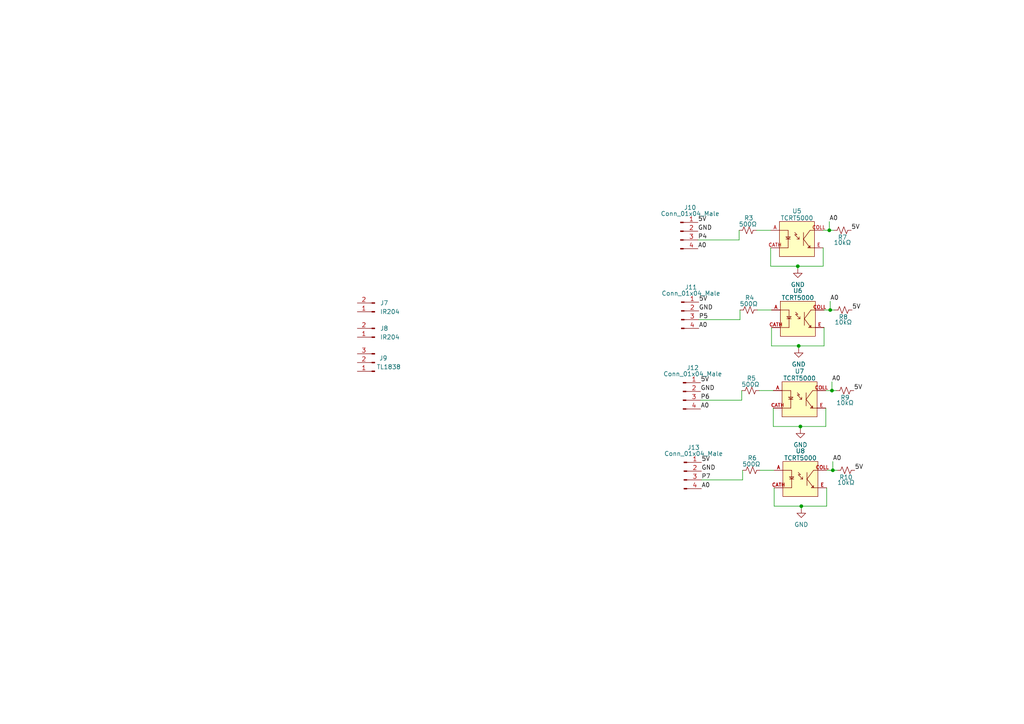
<source format=kicad_sch>
(kicad_sch (version 20211123) (generator eeschema)
  (paper "A4")
  (lib_symbols
    (symbol "Connector:Conn_01x02_Male" (pin_names (offset 1.016) hide)
      (property "Reference" "J" (at 0 2.54 0))
      (property "Value" "Conn_01x02_Male" (at 0 -5.08 0))
      (symbol "Conn_01x02_Male_1_1"
        (polyline (pts (xy 1.27 -2.54) (xy 0.8636 -2.54)) (stroke (width 0.1524)))
        (polyline (pts (xy 1.27 0) (xy 0.8636 0)) (stroke (width 0.1524)))
        (rectangle (start 0.8636 -2.413) (end 0 -2.667) (stroke (width 0.1524)) (fill (type outline)))
        (rectangle (start 0.8636 0.127) (end 0 -0.127) (stroke (width 0.1524)) (fill (type outline)))
        (pin passive line (at 5.08 0 180) (length 3.81) (name "Pin_1") (number "1"))
        (pin passive line (at 5.08 -2.54 180) (length 3.81) (name "Pin_2") (number "2"))
      )
    )
    (symbol "Connector:Conn_01x03_Male" (pin_names (offset 1.016) hide)
      (property "Reference" "J" (at 0 5.08 0))
      (property "Value" "Conn_01x03_Male" (at 0 -5.08 0))
      (symbol "Conn_01x03_Male_1_1"
        (polyline (pts (xy 1.27 -2.54) (xy 0.8636 -2.54)) (stroke (width 0.1524)))
        (polyline (pts (xy 1.27 0) (xy 0.8636 0)) (stroke (width 0.1524)))
        (polyline (pts (xy 1.27 2.54) (xy 0.8636 2.54)) (stroke (width 0.1524)))
        (rectangle (start 0.8636 -2.413) (end 0 -2.667) (stroke (width 0.1524)) (fill (type outline)))
        (rectangle (start 0.8636 0.127) (end 0 -0.127) (stroke (width 0.1524)) (fill (type outline)))
        (rectangle (start 0.8636 2.667) (end 0 2.413) (stroke (width 0.1524)) (fill (type outline)))
        (pin passive line (at 5.08 2.54 180) (length 3.81) (name "Pin_1") (number "1"))
        (pin passive line (at 5.08 0 180) (length 3.81) (name "Pin_2") (number "2"))
        (pin passive line (at 5.08 -2.54 180) (length 3.81) (name "Pin_3") (number "3"))
      )
    )
    (symbol "Connector:Conn_01x04_Male" (pin_names (offset 1.016) hide)
      (property "Reference" "J" (at 0 5.08 0))
      (property "Value" "Conn_01x04_Male" (at 0 -7.62 0))
      (symbol "Conn_01x04_Male_1_1"
        (polyline (pts (xy 1.27 -5.08) (xy 0.8636 -5.08)) (stroke (width 0.1524)))
        (polyline (pts (xy 1.27 -2.54) (xy 0.8636 -2.54)) (stroke (width 0.1524)))
        (polyline (pts (xy 1.27 0) (xy 0.8636 0)) (stroke (width 0.1524)))
        (polyline (pts (xy 1.27 2.54) (xy 0.8636 2.54)) (stroke (width 0.1524)))
        (rectangle (start 0.8636 -4.953) (end 0 -5.207) (stroke (width 0.1524)) (fill (type outline)))
        (rectangle (start 0.8636 -2.413) (end 0 -2.667) (stroke (width 0.1524)) (fill (type outline)))
        (rectangle (start 0.8636 0.127) (end 0 -0.127) (stroke (width 0.1524)) (fill (type outline)))
        (rectangle (start 0.8636 2.667) (end 0 2.413) (stroke (width 0.1524)) (fill (type outline)))
        (pin passive line (at 5.08 2.54 180) (length 3.81) (name "Pin_1") (number "1"))
        (pin passive line (at 5.08 0 180) (length 3.81) (name "Pin_2") (number "2"))
        (pin passive line (at 5.08 -2.54 180) (length 3.81) (name "Pin_3") (number "3"))
        (pin passive line (at 5.08 -5.08 180) (length 3.81) (name "Pin_4") (number "4"))
      )
    )
    (symbol "Device:R_Small_US" (pin_numbers hide) (pin_names (offset 0.254) hide)
      (property "Reference" "R" (at 0.762 0.508 0))
      (property "Value" "R_Small_US" (at 0.762 -1.016 0))
      (symbol "R_Small_US_1_1"
        (polyline (pts (xy 0 0) (xy 1.016 -0.381) (xy 0 -0.762) (xy -1.016 -1.143) (xy 0 -1.524)))
        (polyline (pts (xy 0 1.524) (xy 1.016 1.143) (xy 0 0.762) (xy -1.016 0.381) (xy 0 0)))
        (pin passive line (at 0 2.54 270) (length 1.016) (name "~") (number "1"))
        (pin passive line (at 0 -2.54 90) (length 1.016) (name "~") (number "2"))
      )
    )
    (symbol "TCRT5000:TCRT5000" (pin_names (offset 1.016) hide)
      (property "Reference" "U" (at -5.08 5.715 0))
      (property "Value" "TCRT5000" (at -5.08 -5.715 0))
      (symbol "TCRT5000_0_0"
        (rectangle (start -5.08 -5.08) (end 5.08 5.08) (stroke (width 0.1524)) (fill (type background)))
        (polyline (pts (xy -5.08 2.54) (xy -2.54 2.54)) (stroke (width 0.1524)))
        (polyline (pts (xy -3.175 0) (xy -1.905 0)) (stroke (width 0.1524)))
        (polyline (pts (xy -2.54 -2.54) (xy -5.08 -2.54)) (stroke (width 0.1524)))
        (polyline (pts (xy -2.54 2.54) (xy -2.54 -2.54)) (stroke (width 0.1524)))
        (polyline (pts (xy -0.635 1.27) (xy 0.635 0)) (stroke (width 0.1524)))
        (polyline (pts (xy -0.635 1.905) (xy 0 1.27)) (stroke (width 0.1524)))
        (polyline (pts (xy 0 1.27) (xy -0.635 1.27)) (stroke (width 0.1524)))
        (polyline (pts (xy 0.635 0) (xy 0 0)) (stroke (width 0.1524)))
        (polyline (pts (xy 0.635 0.635) (xy 0.635 0)) (stroke (width 0.1524)))
        (polyline (pts (xy 1.905 0) (xy 1.905 -1.905)) (stroke (width 0.1524)))
        (polyline (pts (xy 1.905 0) (xy 3.81 -2.54)) (stroke (width 0.1524)))
        (polyline (pts (xy 1.905 0) (xy 3.81 2.54)) (stroke (width 0.1524)))
        (polyline (pts (xy 1.905 1.905) (xy 1.905 0)) (stroke (width 0.1524)))
        (polyline (pts (xy 3.81 -2.54) (xy 5.08 -2.54)) (stroke (width 0.1524)))
        (polyline (pts (xy 3.81 2.54) (xy 5.08 2.54)) (stroke (width 0.1524)))
        (polyline (pts (xy -3.175 0.635) (xy -1.905 0.635) (xy -2.54 0) (xy -3.175 0.635)) (stroke (width 0.1524)) (fill (type background)))
        (polyline (pts (xy 3.175 -2.54) (xy 3.81 -2.54) (xy 3.81 -1.905) (xy 3.175 -2.54)) (stroke (width 0.1524)) (fill (type background)))
        (pin passive line (at -7.62 2.54 0) (length 2.54) (name "~") (number "A"))
        (pin passive line (at -7.62 -2.54 0) (length 2.54) (name "~") (number "CATH"))
        (pin passive line (at 7.62 2.54 180) (length 2.54) (name "~") (number "COLL"))
        (pin passive line (at 7.62 -2.54 180) (length 2.54) (name "~") (number "E"))
      )
    )
    (symbol "power:GND" (power) (pin_names (offset 0))
      (property "Value" "GND" (at 0 -3.81 0))
      (symbol "GND_0_1"
        (polyline (pts (xy 0 0) (xy 0 -1.27) (xy 1.27 -1.27) (xy 0 -2.54) (xy -1.27 -1.27) (xy 0 -1.27)))
      )
      (symbol "GND_1_1"
        (pin power_in line (at 0 0 270) (length 0) hide (name "GND") (number "1"))
      )
    )
  )
  (junction (at 232.156 123.698))
  (junction (at 240.538 66.802))
  (junction (at 241.3 113.284))
  (junction (at 240.792 89.916))
  (junction (at 231.648 100.33))
  (junction (at 241.554 136.398))
  (junction (at 231.394 77.216))
  (junction (at 232.41 146.812))
  (wire (pts (xy 240.792 87.376) (xy 240.792 89.916)))
  (wire (pts (xy 232.41 146.812) (xy 232.41 147.574)))
  (wire (pts (xy 223.52 71.882) (xy 223.52 77.216)))
  (wire (pts (xy 224.282 123.698) (xy 232.156 123.698)))
  (wire (pts (xy 239.522 113.284) (xy 241.3 113.284)))
  (wire (pts (xy 224.536 146.812) (xy 232.41 146.812)))
  (wire (pts (xy 239.522 123.698) (xy 239.522 118.364)))
  (wire (pts (xy 215.138 116.078) (xy 215.138 113.284)))
  (wire (pts (xy 241.3 113.284) (xy 242.57 113.284)))
  (wire (pts (xy 239.776 136.398) (xy 241.554 136.398)))
  (wire (pts (xy 241.3 110.744) (xy 241.3 113.284)))
  (wire (pts (xy 231.648 100.33) (xy 231.648 101.092)))
  (wire (pts (xy 240.792 89.916) (xy 242.062 89.916)))
  (wire (pts (xy 238.76 66.802) (xy 240.538 66.802)))
  (wire (pts (xy 240.538 64.262) (xy 240.538 66.802)))
  (wire (pts (xy 231.394 77.216) (xy 238.76 77.216)))
  (wire (pts (xy 223.774 94.996) (xy 223.774 100.33)))
  (wire (pts (xy 232.156 123.698) (xy 232.156 124.46)))
  (wire (pts (xy 219.456 66.802) (xy 223.52 66.802)))
  (wire (pts (xy 241.554 136.398) (xy 242.824 136.398)))
  (wire (pts (xy 215.392 139.192) (xy 215.392 136.398)))
  (wire (pts (xy 231.394 77.216) (xy 231.394 77.978)))
  (wire (pts (xy 203.2 116.078) (xy 215.138 116.078)))
  (wire (pts (xy 223.52 77.216) (xy 231.394 77.216)))
  (wire (pts (xy 202.438 69.596) (xy 214.376 69.596)))
  (wire (pts (xy 231.648 100.33) (xy 239.014 100.33)))
  (wire (pts (xy 220.218 113.284) (xy 224.282 113.284)))
  (wire (pts (xy 239.014 100.33) (xy 239.014 94.996)))
  (wire (pts (xy 224.282 118.364) (xy 224.282 123.698)))
  (wire (pts (xy 232.156 123.698) (xy 239.522 123.698)))
  (wire (pts (xy 224.536 141.478) (xy 224.536 146.812)))
  (wire (pts (xy 219.71 89.916) (xy 223.774 89.916)))
  (wire (pts (xy 223.774 100.33) (xy 231.648 100.33)))
  (wire (pts (xy 214.63 92.71) (xy 214.63 89.916)))
  (wire (pts (xy 203.454 139.192) (xy 215.392 139.192)))
  (wire (pts (xy 238.76 77.216) (xy 238.76 71.882)))
  (wire (pts (xy 241.554 133.858) (xy 241.554 136.398)))
  (wire (pts (xy 214.376 69.596) (xy 214.376 66.802)))
  (wire (pts (xy 240.538 66.802) (xy 241.808 66.802)))
  (wire (pts (xy 220.472 136.398) (xy 224.536 136.398)))
  (wire (pts (xy 232.41 146.812) (xy 239.776 146.812)))
  (wire (pts (xy 202.692 92.71) (xy 214.63 92.71)))
  (wire (pts (xy 239.776 146.812) (xy 239.776 141.478)))
  (wire (pts (xy 239.014 89.916) (xy 240.792 89.916)))
  (label "A0" (at 241.3 110.744 0))
  (label "A0" (at 240.792 87.376 0))
  (label "A0" (at 203.2 118.618 0))
  (label "P5" (at 202.692 92.71 0))
  (label "P7" (at 203.454 139.192 0))
  (label "P4" (at 202.438 69.596 0))
  (label "5V" (at 203.2 110.998 0))
  (label "GND" (at 203.2 113.538 0))
  (label "A0" (at 241.554 133.858 0))
  (label "A0" (at 202.692 95.25 0))
  (label "A0" (at 202.438 72.136 0))
  (label "5V" (at 247.65 113.284 0))
  (label "5V" (at 202.692 87.63 0))
  (label "5V" (at 246.888 66.802 0))
  (label "A0" (at 240.538 64.262 0))
  (label "GND" (at 202.692 90.17 0))
  (label "P6" (at 203.2 116.078 0))
  (label "5V" (at 247.142 89.916 0))
  (label "GND" (at 202.438 67.056 0))
  (label "GND" (at 203.454 136.652 0))
  (label "5V" (at 203.454 134.112 0))
  (label "5V" (at 202.438 64.516 0))
  (label "5V" (at 247.904 136.398 0))
  (label "A0" (at 203.454 141.732 0))
  (symbol (lib_id "Device:R_Small_US") (at 244.348 66.802 90) (unit 1)
    (property "Reference" "R7" (at 244.348 68.834 90))
    (property "Value" "10kΩ" (at 244.348 70.358 90))
    (property "Footprint" "Resistor_SMD:R_0805_2012Metric_Pad1.20x1.40mm_HandSolder" (effects hide))
  )
  (symbol (lib_id "power:GND") (at 231.648 101.092 0) (unit 1)
    (property "Reference" "#PWR015" (effects hide))
    (property "Value" "GND" (at 231.648 105.664 0))
  )
  (symbol (lib_id "Connector:Conn_01x03_Male") (at 108.712 105.156 180) (unit 1)
    (property "Reference" "J9" (at 109.982 103.886 0) (effects (justify right)))
    (property "Value" "TL1838" (at 109.22 106.426 0) (effects (justify right)))
    (property "Footprint" "Package_TO_SOT_THT:TO-92L_Inline_Wide" (effects hide))
  )
  (symbol (lib_id "Device:R_Small_US") (at 245.364 136.398 90) (unit 1)
    (property "Reference" "R10" (at 245.364 138.43 90))
    (property "Value" "10kΩ" (at 245.364 139.954 90))
    (property "Footprint" "Resistor_SMD:R_0805_2012Metric_Pad1.20x1.40mm_HandSolder" (effects hide))
  )
  (symbol (lib_id "Connector:Conn_01x02_Male") (at 108.712 97.79 180) (unit 1)
    (property "Reference" "J8" (at 110.236 95.2499 0) (effects (justify right)))
    (property "Value" "IR204" (at 110.236 97.7899 0) (effects (justify right)))
    (property "Footprint" "LED_THT:LED_D1.8mm_W1.8mm_H2.4mm_Horizontal_O6.35mm_Z8.2mm" (effects hide))
  )
  (symbol (lib_id "Device:R_Small_US") (at 217.17 89.916 90) (unit 1)
    (property "Reference" "R4" (at 217.424 86.36 90))
    (property "Value" "500Ω" (at 217.17 88.138 90))
    (property "Footprint" "Resistor_SMD:R_0805_2012Metric_Pad1.20x1.40mm_HandSolder" (effects hide))
  )
  (symbol (lib_id "TCRT5000:TCRT5000") (at 232.156 138.938 0) (unit 1)
    (property "Reference" "U8" (at 232.156 130.81 0))
    (property "Value" "TCRT5000" (at 232.156 132.842 0))
    (property "Footprint" "Library:tcrt5000" (effects hide))
    (property "MANUFACTURER" "Vishay" (effects hide))
    (property "MAXIMUM_PACKAGE_HEIGHT" "7.2mm" (effects hide))
    (property "PARTREV" "1.7" (effects hide))
    (property "STANDARD" "Manufacturer recommendations" (effects hide))
  )
  (symbol (lib_id "Device:R_Small_US") (at 217.678 113.284 90) (unit 1)
    (property "Reference" "R5" (at 217.932 109.728 90))
    (property "Value" "500Ω" (at 217.678 111.506 90))
    (property "Footprint" "Resistor_SMD:R_0805_2012Metric_Pad1.20x1.40mm_HandSolder" (effects hide))
  )
  (symbol (lib_id "Connector:Conn_01x04_Male") (at 197.612 90.17 0) (unit 1)
    (property "Reference" "J11" (at 200.406 83.312 0))
    (property "Value" "Conn_01x04_Male" (at 200.406 85.09 0))
    (property "Footprint" "Connector_PinHeader_2.54mm:PinHeader_1x04_P2.54mm_Vertical" (effects hide))
  )
  (symbol (lib_id "TCRT5000:TCRT5000") (at 231.394 92.456 0) (unit 1)
    (property "Reference" "U6" (at 231.394 84.328 0))
    (property "Value" "TCRT5000" (at 231.394 86.36 0))
    (property "Footprint" "Library:tcrt5000" (effects hide))
    (property "MANUFACTURER" "Vishay" (effects hide))
    (property "MAXIMUM_PACKAGE_HEIGHT" "7.2mm" (effects hide))
    (property "PARTREV" "1.7" (effects hide))
    (property "STANDARD" "Manufacturer recommendations" (effects hide))
  )
  (symbol (lib_id "Connector:Conn_01x04_Male") (at 197.358 67.056 0) (unit 1)
    (property "Reference" "J10" (at 200.152 60.198 0))
    (property "Value" "Conn_01x04_Male" (at 200.152 61.976 0))
    (property "Footprint" "Connector_PinHeader_2.54mm:PinHeader_1x04_P2.54mm_Vertical" (effects hide))
  )
  (symbol (lib_id "Device:R_Small_US") (at 217.932 136.398 90) (unit 1)
    (property "Reference" "R6" (at 218.186 132.842 90))
    (property "Value" "500Ω" (at 217.932 134.62 90))
    (property "Footprint" "Resistor_SMD:R_0805_2012Metric_Pad1.20x1.40mm_HandSolder" (effects hide))
  )
  (symbol (lib_id "power:GND") (at 232.156 124.46 0) (unit 1)
    (property "Reference" "#PWR016" (effects hide))
    (property "Value" "GND" (at 232.156 129.032 0))
  )
  (symbol (lib_id "power:GND") (at 232.41 147.574 0) (unit 1)
    (property "Reference" "#PWR017" (effects hide))
    (property "Value" "GND" (at 232.41 152.146 0))
  )
  (symbol (lib_id "Connector:Conn_01x04_Male") (at 198.374 136.652 0) (unit 1)
    (property "Reference" "J13" (at 201.168 129.794 0))
    (property "Value" "Conn_01x04_Male" (at 201.168 131.572 0))
    (property "Footprint" "Connector_PinHeader_2.54mm:PinHeader_1x04_P2.54mm_Vertical" (effects hide))
  )
  (symbol (lib_id "Connector:Conn_01x02_Male") (at 108.712 90.424 180) (unit 1)
    (property "Reference" "J7" (at 110.236 87.8839 0) (effects (justify right)))
    (property "Value" "IR204" (at 110.236 90.4239 0) (effects (justify right)))
    (property "Footprint" "LED_THT:LED_D1.8mm_W1.8mm_H2.4mm_Horizontal_O6.35mm_Z8.2mm" (effects hide))
  )
  (symbol (lib_id "Device:R_Small_US") (at 244.602 89.916 90) (unit 1)
    (property "Reference" "R8" (at 244.602 91.948 90))
    (property "Value" "10kΩ" (at 244.602 93.472 90))
    (property "Footprint" "Resistor_SMD:R_0805_2012Metric_Pad1.20x1.40mm_HandSolder" (effects hide))
  )
  (symbol (lib_id "Device:R_Small_US") (at 216.916 66.802 90) (unit 1)
    (property "Reference" "R3" (at 217.17 63.246 90))
    (property "Value" "500Ω" (at 216.916 65.024 90))
    (property "Footprint" "Resistor_SMD:R_0805_2012Metric_Pad1.20x1.40mm_HandSolder" (effects hide))
  )
  (symbol (lib_id "TCRT5000:TCRT5000") (at 231.14 69.342 0) (unit 1)
    (property "Reference" "U5" (at 231.14 61.214 0))
    (property "Value" "TCRT5000" (at 231.14 63.246 0))
    (property "Footprint" "Library:tcrt5000" (effects hide))
    (property "MANUFACTURER" "Vishay" (effects hide))
    (property "MAXIMUM_PACKAGE_HEIGHT" "7.2mm" (effects hide))
    (property "PARTREV" "1.7" (effects hide))
    (property "STANDARD" "Manufacturer recommendations" (effects hide))
  )
  (symbol (lib_id "TCRT5000:TCRT5000") (at 231.902 115.824 0) (unit 1)
    (property "Reference" "U7" (at 231.902 107.696 0))
    (property "Value" "TCRT5000" (at 231.902 109.728 0))
    (property "Footprint" "Library:tcrt5000" (effects hide))
    (property "MANUFACTURER" "Vishay" (effects hide))
    (property "MAXIMUM_PACKAGE_HEIGHT" "7.2mm" (effects hide))
    (property "PARTREV" "1.7" (effects hide))
    (property "STANDARD" "Manufacturer recommendations" (effects hide))
  )
  (symbol (lib_id "Device:R_Small_US") (at 245.11 113.284 90) (unit 1)
    (property "Reference" "R9" (at 245.11 115.316 90))
    (property "Value" "10kΩ" (at 245.11 116.84 90))
    (property "Footprint" "Resistor_SMD:R_0805_2012Metric_Pad1.20x1.40mm_HandSolder" (effects hide))
  )
  (symbol (lib_id "Connector:Conn_01x04_Male") (at 198.12 113.538 0) (unit 1)
    (property "Reference" "J12" (at 200.914 106.68 0))
    (property "Value" "Conn_01x04_Male" (at 200.914 108.458 0))
    (property "Footprint" "Connector_PinHeader_2.54mm:PinHeader_1x04_P2.54mm_Vertical" (effects hide))
  )
  (symbol (lib_id "power:GND") (at 231.394 77.978 0) (unit 1)
    (property "Reference" "#PWR014" (effects hide))
    (property "Value" "GND" (at 231.394 82.55 0))
  )
)
</source>
